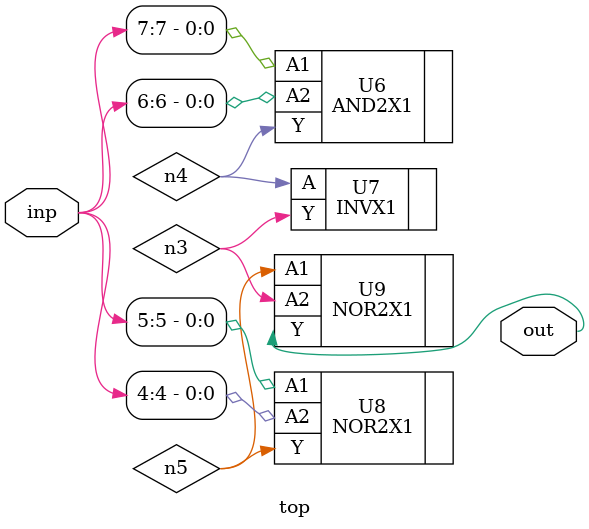
<source format=sv>


module top ( inp, out );
  input [7:0] inp;
  output out;
  wire   n3, n4, n5;

  AND2X1 U6 ( .A1(inp[7]), .A2(inp[6]), .Y(n4) );
  INVX1 U7 ( .A(n4), .Y(n3) );
  NOR2X1 U8 ( .A1(inp[5]), .A2(inp[4]), .Y(n5) );
  NOR2X1 U9 ( .A1(n5), .A2(n3), .Y(out) );
endmodule


</source>
